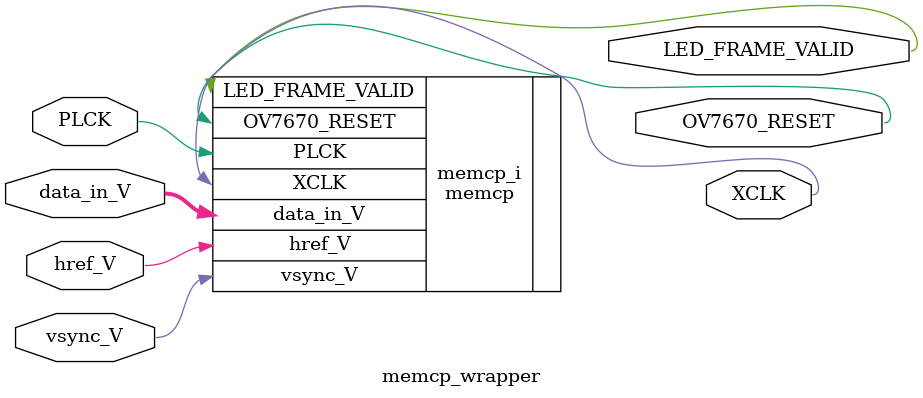
<source format=v>
`timescale 1 ps / 1 ps

module memcp_wrapper
   (LED_FRAME_VALID,
    OV7670_RESET,
    PLCK,
    XCLK,
    data_in_V,
    href_V,
    vsync_V);
  output [0:0]LED_FRAME_VALID;
  output [0:0]OV7670_RESET;
  input PLCK;
  output XCLK;
  input [7:0]data_in_V;
  input [0:0]href_V;
  input [0:0]vsync_V;

  wire [0:0]LED_FRAME_VALID;
  wire [0:0]OV7670_RESET;
  wire PLCK;
  wire XCLK;
  wire [7:0]data_in_V;
  wire [0:0]href_V;
  wire [0:0]vsync_V;

  memcp memcp_i
       (.LED_FRAME_VALID(LED_FRAME_VALID),
        .OV7670_RESET(OV7670_RESET),
        .PLCK(PLCK),
        .XCLK(XCLK),
        .data_in_V(data_in_V),
        .href_V(href_V),
        .vsync_V(vsync_V));
endmodule

</source>
